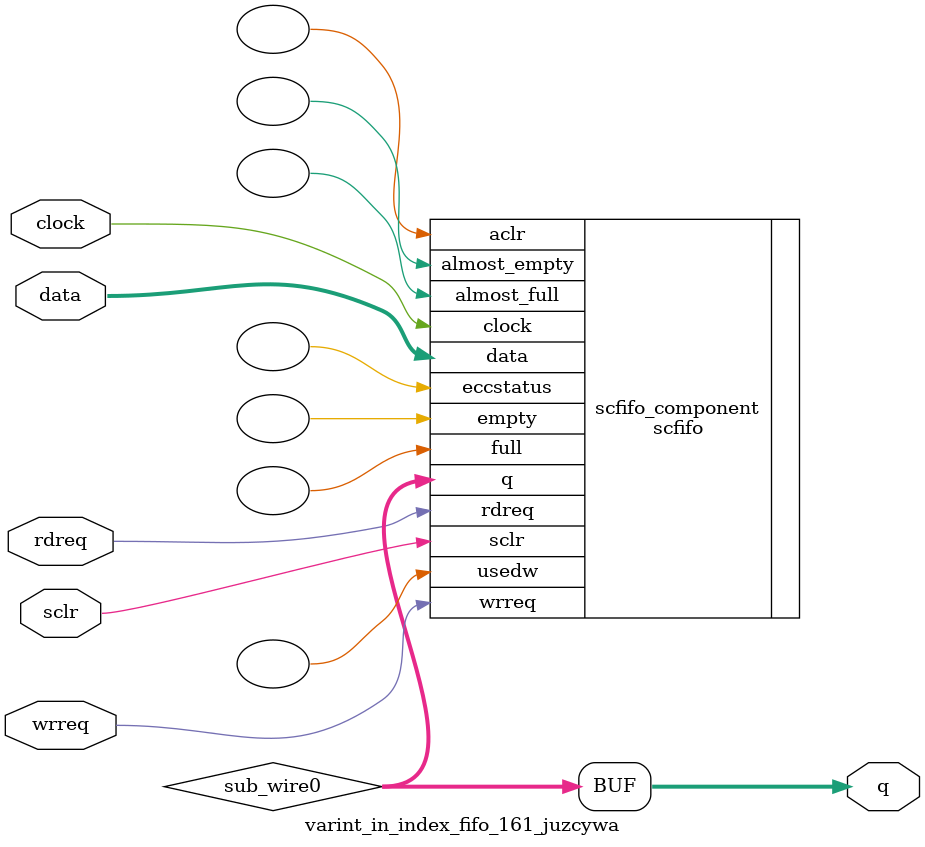
<source format=v>



`timescale 1 ps / 1 ps
// synopsys translate_on
module  varint_in_index_fifo_161_juzcywa  (
    clock,
    data,
    rdreq,
    sclr,
    wrreq,
    q);

    input    clock;
    input  [9:0]  data;
    input    rdreq;
    input    sclr;
    input    wrreq;
    output [9:0]  q;

    wire [9:0] sub_wire0;
    wire [9:0] q = sub_wire0[9:0];

    scfifo  scfifo_component (
                .clock (clock),
                .data (data),
                .rdreq (rdreq),
                .sclr (sclr),
                .wrreq (wrreq),
                .q (sub_wire0),
                .aclr (),
                .almost_empty (),
                .almost_full (),
                .eccstatus (),
                .empty (),
                .full (),
                .usedw ());
    defparam
        scfifo_component.add_ram_output_register  = "ON",
        scfifo_component.enable_ecc  = "FALSE",
        scfifo_component.intended_device_family  = "Arria 10",
        scfifo_component.lpm_numwords  = 1024,
        scfifo_component.lpm_showahead  = "OFF",
        scfifo_component.lpm_type  = "scfifo",
        scfifo_component.lpm_width  = 10,
        scfifo_component.lpm_widthu  = 10,
        scfifo_component.overflow_checking  = "ON",
        scfifo_component.underflow_checking  = "ON",
        scfifo_component.use_eab  = "ON";


endmodule



</source>
